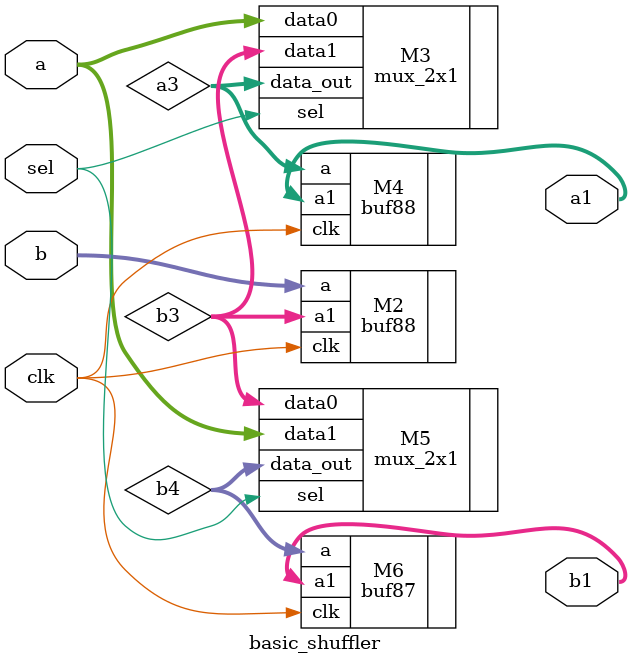
<source format=v>
`timescale 1ns / 1ps
module basic_shuffler(
    input [31:0] a,
    input [31:0] b,
	 input sel,clk,
    output [31:0] a1,
    output [31:0] b1
    );
wire [31:0] a2,a3,b2,b3,b4;
buf88 M2 (.a(b),.clk(clk),.a1(b3));
mux_2x1 M3 (.data0(a),.data1(b3),.sel(sel),.data_out(a3));
buf88 M4 (.a(a3),.clk(clk),.a1(a1));
mux_2x1 M5 (.data0(b3),.data1(a),.sel(sel),.data_out(b4));
buf87 M6 (.a(b4),.clk(clk),.a1(b1));
endmodule

</source>
